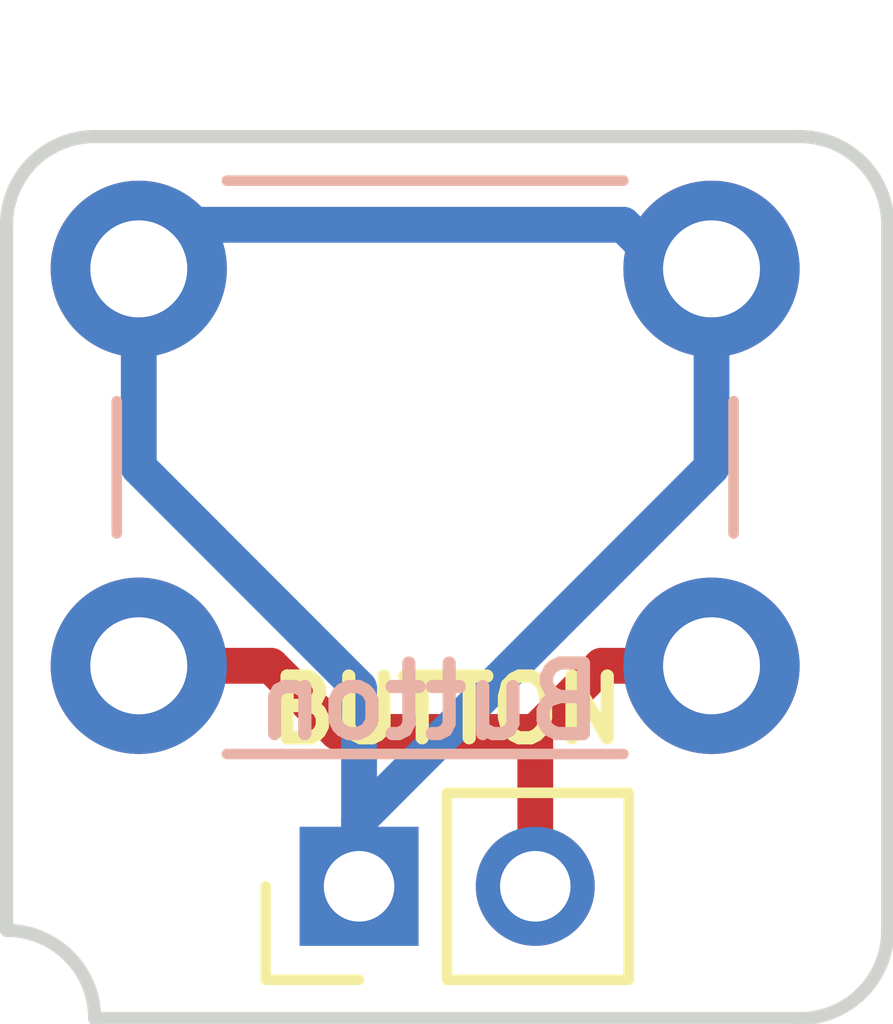
<source format=kicad_pcb>
(kicad_pcb (version 4) (host pcbnew 4.0.6)

  (general
    (links 4)
    (no_connects 0)
    (area 235.922999 66.289999 246.073001 76.440001)
    (thickness 1.6)
    (drawings 9)
    (tracks 16)
    (zones 0)
    (modules 3)
    (nets 3)
  )

  (page A4)
  (title_block
    (date "lun. 30 mars 2015")
  )

  (layers
    (0 F.Cu signal)
    (31 B.Cu signal)
    (32 B.Adhes user)
    (33 F.Adhes user)
    (34 B.Paste user)
    (35 F.Paste user)
    (36 B.SilkS user)
    (37 F.SilkS user)
    (38 B.Mask user)
    (39 F.Mask user)
    (40 Dwgs.User user)
    (41 Cmts.User user)
    (42 Eco1.User user)
    (43 Eco2.User user)
    (44 Edge.Cuts user)
    (45 Margin user)
    (46 B.CrtYd user)
    (47 F.CrtYd user)
    (48 B.Fab user)
    (49 F.Fab user hide)
  )

  (setup
    (last_trace_width 0.25)
    (user_trace_width 0.254)
    (user_trace_width 0.3048)
    (user_trace_width 0.4064)
    (user_trace_width 0.6096)
    (user_trace_width 0.9144)
    (user_trace_width 1.524)
    (user_trace_width 2.032)
    (trace_clearance 0.2)
    (zone_clearance 0.35)
    (zone_45_only no)
    (trace_min 0.2)
    (segment_width 0.3)
    (edge_width 0.15)
    (via_size 0.6)
    (via_drill 0.4)
    (via_min_size 0.4)
    (via_min_drill 0.3)
    (uvia_size 0.3)
    (uvia_drill 0.1)
    (uvias_allowed no)
    (uvia_min_size 0.2)
    (uvia_min_drill 0.1)
    (pcb_text_width 0.3)
    (pcb_text_size 1.5 1.5)
    (mod_edge_width 0.15)
    (mod_text_size 1 1)
    (mod_text_width 0.15)
    (pad_size 3 3)
    (pad_drill 1.6)
    (pad_to_mask_clearance 0)
    (aux_axis_origin 110.998 126.365)
    (grid_origin 110.998 126.365)
    (visible_elements 7FFFFFFF)
    (pcbplotparams
      (layerselection 0x010f0_80000001)
      (usegerberextensions true)
      (excludeedgelayer true)
      (linewidth 0.100000)
      (plotframeref false)
      (viasonmask false)
      (mode 1)
      (useauxorigin false)
      (hpglpennumber 1)
      (hpglpenspeed 20)
      (hpglpendiameter 15)
      (hpglpenoverlay 2)
      (psnegative false)
      (psa4output false)
      (plotreference true)
      (plotvalue true)
      (plotinvisibletext false)
      (padsonsilk false)
      (subtractmaskfromsilk false)
      (outputformat 1)
      (mirror false)
      (drillshape 0)
      (scaleselection 1)
      (outputdirectory gerbers/))
  )

  (net 0 "")
  (net 1 "Net-(J27-Pad1)")
  (net 2 "Net-(J27-Pad2)")

  (net_class Default "This is the default net class."
    (clearance 0.2)
    (trace_width 0.25)
    (via_dia 0.6)
    (via_drill 0.4)
    (uvia_dia 0.3)
    (uvia_drill 0.1)
    (add_net "Net-(J27-Pad1)")
    (add_net "Net-(J27-Pad2)")
  )

  (module footprints:SW_PUSH_6mm (layer B.Cu) (tedit 5CF96B50) (tstamp 5CF97A03)
    (at 237.498 72.365)
    (descr https://www.omron.com/ecb/products/pdf/en-b3f.pdf)
    (tags "tact sw push 6mm")
    (path /5D0275C6)
    (fp_text reference SW2 (at 3.25 2) (layer B.SilkS) hide
      (effects (font (size 1 1) (thickness 0.15)) (justify mirror))
    )
    (fp_text value SW_Push (at 3.75 -6.7) (layer B.Fab)
      (effects (font (size 1 1) (thickness 0.15)) (justify mirror))
    )
    (fp_text user %R (at 3.25 -2.25) (layer B.Fab)
      (effects (font (size 1 1) (thickness 0.15)) (justify mirror))
    )
    (fp_line (start 3.25 0.75) (end 6.25 0.75) (layer B.Fab) (width 0.1))
    (fp_line (start 6.25 0.75) (end 6.25 -5.25) (layer B.Fab) (width 0.1))
    (fp_line (start 6.25 -5.25) (end 0.25 -5.25) (layer B.Fab) (width 0.1))
    (fp_line (start 0.25 -5.25) (end 0.25 0.75) (layer B.Fab) (width 0.1))
    (fp_line (start 0.25 0.75) (end 3.25 0.75) (layer B.Fab) (width 0.1))
    (fp_line (start 7.75 -6) (end 8 -6) (layer B.CrtYd) (width 0.05))
    (fp_line (start 8 -6) (end 8 -5.75) (layer B.CrtYd) (width 0.05))
    (fp_line (start 7.75 1.5) (end 8 1.5) (layer B.CrtYd) (width 0.05))
    (fp_line (start 8 1.5) (end 8 1.25) (layer B.CrtYd) (width 0.05))
    (fp_line (start -1.5 1.25) (end -1.5 1.5) (layer B.CrtYd) (width 0.05))
    (fp_line (start -1.5 1.5) (end -1.25 1.5) (layer B.CrtYd) (width 0.05))
    (fp_line (start -1.5 -5.75) (end -1.5 -6) (layer B.CrtYd) (width 0.05))
    (fp_line (start -1.5 -6) (end -1.25 -6) (layer B.CrtYd) (width 0.05))
    (fp_line (start -1.25 1.5) (end 7.75 1.5) (layer B.CrtYd) (width 0.05))
    (fp_line (start -1.5 -5.75) (end -1.5 1.25) (layer B.CrtYd) (width 0.05))
    (fp_line (start 7.75 -6) (end -1.25 -6) (layer B.CrtYd) (width 0.05))
    (fp_line (start 8 1.25) (end 8 -5.75) (layer B.CrtYd) (width 0.05))
    (fp_line (start 1 -5.5) (end 5.5 -5.5) (layer B.SilkS) (width 0.12))
    (fp_line (start -0.25 -1.5) (end -0.25 -3) (layer B.SilkS) (width 0.12))
    (fp_line (start 5.5 1) (end 1 1) (layer B.SilkS) (width 0.12))
    (fp_line (start 6.75 -3) (end 6.75 -1.5) (layer B.SilkS) (width 0.12))
    (fp_circle (center 3.25 -2.25) (end 1.25 -2.5) (layer B.Fab) (width 0.1))
    (pad 2 thru_hole circle (at 0 -4.5 270) (size 2 2) (drill 1.1) (layers *.Cu *.Mask)
      (net 1 "Net-(J27-Pad1)"))
    (pad 1 thru_hole circle (at 0 0 270) (size 2 2) (drill 1.1) (layers *.Cu *.Mask)
      (net 2 "Net-(J27-Pad2)"))
    (pad 2 thru_hole circle (at 6.5 -4.5 270) (size 2 2) (drill 1.1) (layers *.Cu *.Mask)
      (net 1 "Net-(J27-Pad1)"))
    (pad 1 thru_hole circle (at 6.5 0 270) (size 2 2) (drill 1.1) (layers *.Cu *.Mask)
      (net 2 "Net-(J27-Pad2)"))
    (model ${KISYS3DMOD}/Buttons_Switches_THT.3dshapes/SW_PUSH_6mm.wrl
      (at (xyz 0.005 0 0))
      (scale (xyz 0.3937 0.3937 0.3937))
      (rotate (xyz 0 0 0))
    )
  )

  (module footprints:SolderWirePad_single_2-5mmDrill (layer F.Cu) (tedit 5CF835CB) (tstamp 5D001E29)
    (at 240.748 70.115)
    (path /5CE78195)
    (fp_text reference J14 (at 0.052 -0.192) (layer F.SilkS) hide
      (effects (font (size 1 1) (thickness 0.15)))
    )
    (fp_text value NPTH (at 1.27 5.08) (layer F.Fab)
      (effects (font (size 1 1) (thickness 0.15)))
    )
    (pad "" np_thru_hole circle (at 0 0) (size 3 3) (drill 3) (layers *.Cu *.Mask))
  )

  (module footprints:Pin_Header_Straight_1x02_Pitch2.00mm (layer F.Cu) (tedit 5CFFD7A7) (tstamp 5D001F72)
    (at 239.998 74.865 90)
    (descr "Through hole straight pin header, 1x02, 2.00mm pitch, single row")
    (tags "Through hole pin header THT 1x02 2.00mm single row")
    (path /5D0285EB)
    (fp_text reference J27 (at 0 -2.06 90) (layer F.SilkS) hide
      (effects (font (size 1 1) (thickness 0.15)))
    )
    (fp_text value BUTTON (at 2 1 180) (layer F.SilkS)
      (effects (font (size 0.7 0.7) (thickness 0.15)))
    )
    (fp_line (start -0.5 -1) (end 1 -1) (layer F.Fab) (width 0.1))
    (fp_line (start 1 -1) (end 1 3) (layer F.Fab) (width 0.1))
    (fp_line (start 1 3) (end -1 3) (layer F.Fab) (width 0.1))
    (fp_line (start -1 3) (end -1 -0.5) (layer F.Fab) (width 0.1))
    (fp_line (start -1 -0.5) (end -0.5 -1) (layer F.Fab) (width 0.1))
    (fp_line (start -1.06 3.06) (end 1.06 3.06) (layer F.SilkS) (width 0.12))
    (fp_line (start -1.06 1) (end -1.06 3.06) (layer F.SilkS) (width 0.12))
    (fp_line (start 1.06 1) (end 1.06 3.06) (layer F.SilkS) (width 0.12))
    (fp_line (start -1.06 1) (end 1.06 1) (layer F.SilkS) (width 0.12))
    (fp_line (start -1.06 0) (end -1.06 -1.06) (layer F.SilkS) (width 0.12))
    (fp_line (start -1.06 -1.06) (end 0 -1.06) (layer F.SilkS) (width 0.12))
    (fp_line (start -1.5 -1.5) (end -1.5 3.5) (layer F.CrtYd) (width 0.05))
    (fp_line (start -1.5 3.5) (end 1.5 3.5) (layer F.CrtYd) (width 0.05))
    (fp_line (start 1.5 3.5) (end 1.5 -1.5) (layer F.CrtYd) (width 0.05))
    (fp_line (start 1.5 -1.5) (end -1.5 -1.5) (layer F.CrtYd) (width 0.05))
    (fp_text user %R (at 0 1 180) (layer F.Fab)
      (effects (font (size 1 1) (thickness 0.15)))
    )
    (pad 1 thru_hole rect (at 0 0 90) (size 1.35 1.35) (drill 0.8) (layers *.Cu *.Mask)
      (net 1 "Net-(J27-Pad1)"))
    (pad 2 thru_hole oval (at 0 2 90) (size 1.35 1.35) (drill 0.8) (layers *.Cu *.Mask)
      (net 2 "Net-(J27-Pad2)"))
    (model ${KISYS3DMOD}/Pin_Headers.3dshapes/Pin_Header_Straight_1x02_Pitch2.00mm.wrl
      (at (xyz 0 0 0))
      (scale (xyz 1 1 1))
      (rotate (xyz 0 0 0))
    )
  )

  (gr_text Button (at 240.792 72.771) (layer B.SilkS)
    (effects (font (size 0.8 0.8) (thickness 0.15)) (justify mirror))
  )
  (gr_line (start 235.998 75.365) (end 235.998 67.365) (angle 90) (layer Edge.Cuts) (width 0.15))
  (gr_line (start 244.998 76.365) (end 236.998 76.365) (angle 90) (layer Edge.Cuts) (width 0.15))
  (gr_line (start 245.998 67.365) (end 245.998 75.365) (angle 90) (layer Edge.Cuts) (width 0.15))
  (gr_line (start 236.998 66.365) (end 244.998 66.365) (angle 90) (layer Edge.Cuts) (width 0.15))
  (gr_arc (start 235.998 76.365) (end 235.998 75.365) (angle 90) (layer Edge.Cuts) (width 0.15))
  (gr_arc (start 236.998 67.365) (end 235.998 67.365) (angle 90) (layer Edge.Cuts) (width 0.15))
  (gr_arc (start 244.998 67.365) (end 244.998 66.365) (angle 90) (layer Edge.Cuts) (width 0.15))
  (gr_arc (start 244.998 75.365) (end 245.998 75.365) (angle 90) (layer Edge.Cuts) (width 0.15))

  (segment (start 237.498 67.865) (end 237.498 70.115) (width 0.4064) (layer B.Cu) (net 1))
  (segment (start 239.998 72.615) (end 239.998 74.865) (width 0.4064) (layer B.Cu) (net 1) (tstamp 5CF97D45))
  (segment (start 237.498 70.115) (end 239.998 72.615) (width 0.4064) (layer B.Cu) (net 1) (tstamp 5CF97D43))
  (segment (start 243.998 67.865) (end 243.498 67.865) (width 0.4064) (layer B.Cu) (net 1))
  (segment (start 243.498 67.865) (end 242.998 67.365) (width 0.4064) (layer B.Cu) (net 1) (tstamp 5CF97D3E))
  (segment (start 242.998 67.365) (end 237.998 67.365) (width 0.4064) (layer B.Cu) (net 1) (tstamp 5CF97D3F))
  (segment (start 237.998 67.365) (end 237.498 67.865) (width 0.4064) (layer B.Cu) (net 1) (tstamp 5CF97D40))
  (segment (start 239.998 74.865) (end 239.998 74.115) (width 0.4064) (layer B.Cu) (net 1))
  (segment (start 239.998 74.115) (end 243.998 70.115) (width 0.4064) (layer B.Cu) (net 1) (tstamp 5CF97D39))
  (segment (start 243.998 70.115) (end 243.998 67.865) (width 0.4064) (layer B.Cu) (net 1) (tstamp 5CF97D3A))
  (segment (start 237.498 72.365) (end 238.998 72.365) (width 0.4064) (layer F.Cu) (net 2))
  (segment (start 239.748 73.115) (end 241.998 73.115) (width 0.4064) (layer F.Cu) (net 2) (tstamp 5CF97D36))
  (segment (start 238.998 72.365) (end 239.748 73.115) (width 0.4064) (layer F.Cu) (net 2) (tstamp 5CF97D35))
  (segment (start 241.998 74.865) (end 241.998 73.115) (width 0.4064) (layer F.Cu) (net 2))
  (segment (start 242.748 72.365) (end 243.998 72.365) (width 0.4064) (layer F.Cu) (net 2) (tstamp 5CF97D32))
  (segment (start 241.998 73.115) (end 242.748 72.365) (width 0.4064) (layer F.Cu) (net 2) (tstamp 5CF97D31))

)

</source>
